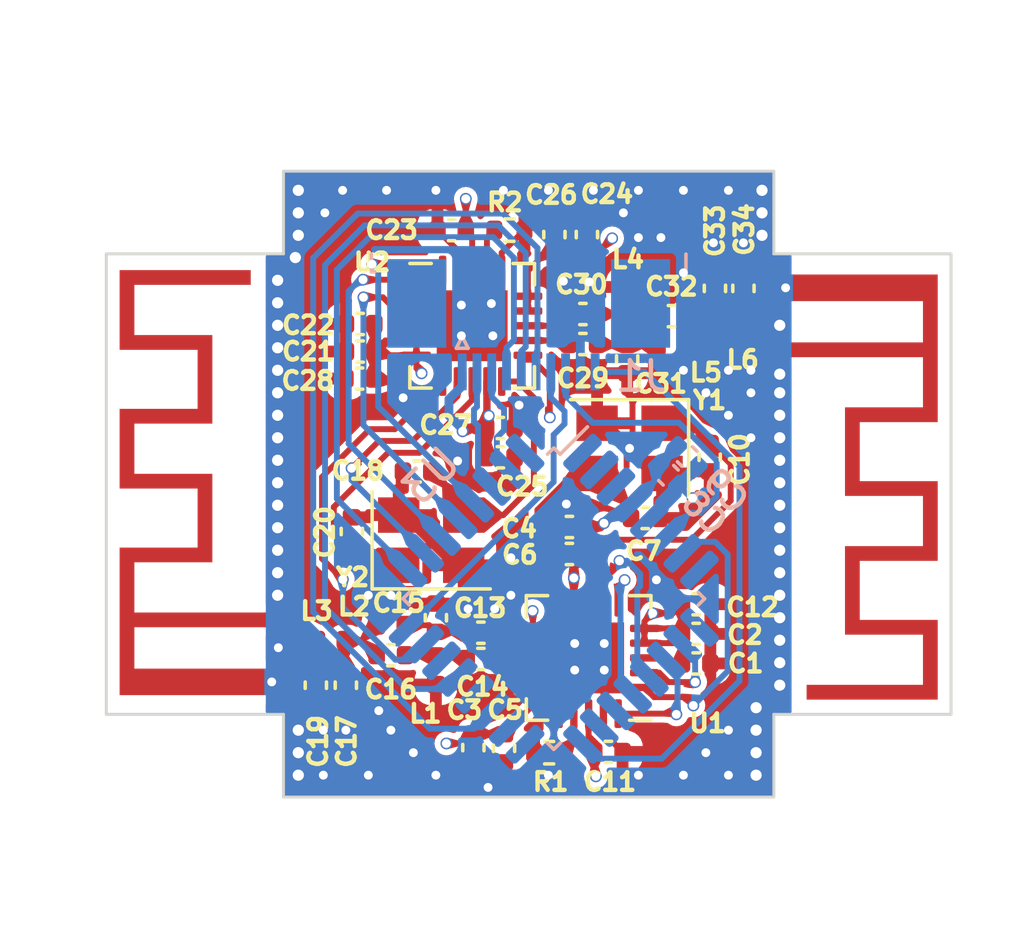
<source format=kicad_pcb>
(kicad_pcb (version 20221018) (generator pcbnew)
  (layers (0 "F.Cu" signal) (1 "In1.Cu" power) (2 "In2.Cu" mixed) (31 "B.Cu" signal) (34 "B.Paste" user) (35 "F.Paste" user) (36 "B.SilkS" user "B.Silkscreen") (37 "F.SilkS" user "F.Silkscreen") (38 "B.Mask" user) (39 "F.Mask" user) (44 "Edge.Cuts" user))
  (net 0 "")
  (net 1 "GND")
  (net 2 "Net-(AE1-A)")
  (net 3 "Net-(AE2-A)")
  (net 4 "Net-(C13-Pad1)")
  (net 5 "Net-(U1-XOSC_Q2)")
  (net 6 "Net-(C14-Pad1)")
  (net 7 "Net-(U1-XOSC_Q1)")
  (net 8 "Net-(C16-Pad2)")
  (net 9 "Net-(U1-RF_P)")
  (net 10 "Net-(U1-RF_N)")
  (net 11 "Net-(C29-Pad1)")
  (net 12 "Net-(U2-XOSC_Q2)")
  (net 13 "Net-(C30-Pad1)")
  (net 14 "Net-(U2-XOSC_Q1)")
  (net 15 "Net-(C32-Pad2)")
  (net 16 "SPI2_MOSI")
  (net 17 "SPI2_NSS")
  (net 18 "Net-(U2-RF_P)")
  (net 19 "VDD")
  (net 20 "NRST")
  (net 21 "SPI2_SCK")
  (net 22 "USART2_TX")
  (net 23 "USART2_RX")
  (net 24 "Net-(U2-RF_N)")
  (net 25 "SPI1_SCK")
  (net 26 "SPI1_MISO")
  (net 27 "SRR_IRQ")
  (net 28 "SPI1_NSS")
  (net 29 "I2C2_SCL")
  (net 30 "I2C2_SDA")
  (net 31 "SYS_SWDIO")
  (net 32 "Net-(U1-RBIAS)")
  (net 33 "SYS_SWCLK")
  (net 34 "SPI2_MISO")
  (net 35 "Net-(U2-RBIAS)")
  (net 37 "SPI1_MOSI")
  (net 38 "GD0_INT_2")
  (net 39 "GD0_INT_1")
  (footprint "Capacitor_SMD:C_0402_1005Metric" (layer "F.Cu") (at 123.4655 98.15 90)
    (fp_text reference "C5")
    (fp_text value "100nF")
  )
  (footprint "Capacitor_SMD:C_0402_1005Metric" (layer "F.Cu") (at 125.6792 91.567)
    (fp_text reference "C6")
    (fp_text value "100nF")
  )
  (footprint "Capacitor_SMD:C_0402_1005Metric" (layer "F.Cu") (at 128.2446 90.3478 180)
    (fp_text reference "C7")
    (fp_text value "15pF")
  )
  (footprint "Capacitor_SMD:C_0402_1005Metric" (layer "F.Cu") (at 129.1336 83.5098)
    (fp_text reference "C32")
    (fp_text value "1pF")
  )
  (footprint "Inductor_SMD:L_0402_1005Metric" (layer "F.Cu") (at 131.108 83.9978 180)
    (fp_text reference "L6")
    (fp_text value "1.2nH")
  )
  (footprint "Capacitor_SMD:C_0402_1005Metric" (layer "F.Cu") (at 127.635 84.963 90)
    (fp_text reference "C31")
    (fp_text value "1pF")
  )
  (footprint "Inductor_SMD:L_0402_1005Metric" (layer "F.Cu") (at 129.1336 84.5512 180)
    (fp_text reference "L5")
    (fp_text value "1.2nH")
  )
  (footprint "Capacitor_SMD:C_0402_1005Metric" (layer "F.Cu") (at 120.523 88.773)
    (fp_text reference "C18")
    (fp_text value "15pF")
  )
  (footprint "Capacitor_SMD:C_0402_1005Metric" (layer "F.Cu") (at 121.158 93.726 -90)
    (fp_text reference "C15")
    (fp_text value "1pF")
  )
  (footprint "RF_Antenna:Texas_SWRA117D_2.4GHz_Right" (layer "F.Cu") (at 133 84.65 -90)
    (fp_text reference "AE2" hide)
    (fp_text value "Antenna_Shield")
  )
  (footprint "Package_DFN_QFN:Texas_S-PVQFN-N20_EP2.4x2.4mm" (layer "F.Cu") (at 122.3868 83.8358)
    (fp_text reference "U2")
    (fp_text value "CC2500")
  )
  (footprint "Capacitor_SMD:C_0402_1005Metric" (layer "F.Cu") (at 130.6068 82.57 -90)
    (fp_text reference "C33")
    (fp_text value "1.8pF")
  )
  (footprint "Capacitor_SMD:C_0402_1005Metric" (layer "F.Cu") (at 129.9718 94.2754 180)
    (fp_text reference "C2")
    (fp_text value "47pF")
  )
  (footprint "Capacitor_SMD:C_0402_1005Metric" (layer "F.Cu") (at 118.575 85.625)
    (fp_text reference "C28")
    (fp_text value "220pF")
  )
  (footprint "Capacitor_SMD:C_0402_1005Metric" (layer "F.Cu") (at 122.682 95.123)
    (fp_text reference "C14")
    (fp_text value "100pF")
  )
  (footprint "Package_DFN_QFN:Texas_S-PVQFN-N20_EP2.4x2.4mm" (layer "F.Cu") (at 126.33 95.088 180)
    (fp_text reference "U1")
    (fp_text value "CC2500")
  )
  (footprint "Inductor_SMD:L_0402_1005Metric" (layer "F.Cu") (at 119.634 93.98)
    (fp_text reference "L2")
    (fp_text value "1.2nH")
  )
  (footprint "Capacitor_SMD:C_0402_1005Metric" (layer "F.Cu") (at 118.5926 84.709)
    (fp_text reference "C21")
    (fp_text value "0.1uF")
  )
  (footprint "Capacitor_SMD:C_0402_1005Metric" (layer "F.Cu") (at 126.2712 80.7466 -90)
    (fp_text reference "C24")
    (fp_text value "220pF")
  )
  (footprint "Capacitor_SMD:C_0402_1005Metric" (layer "F.Cu") (at 123.3424 88.2904 180)
    (fp_text reference "C25")
    (fp_text value "220pF")
  )
  (footprint "Capacitor_SMD:C_0402_1005Metric" (layer "F.Cu") (at 118.3132 90.805 -90)
    (fp_text reference "C20")
    (fp_text value "15pF")
  )
  (footprint "Capacitor_SMD:C_0402_1005Metric" (layer "F.Cu") (at 117.094 96.012 90)
    (fp_text reference "C19")
    (fp_text value "1.5pF")
  )
  (footprint "Capacitor_SMD:C_0402_1005Metric" (layer "F.Cu") (at 129.9718 95.2754 180)
    (fp_text reference "C1")
    (fp_text value "100nF")
  )
  (footprint "Capacitor_SMD:C_0402_1005Metric" (layer "F.Cu") (at 129.9718 93.2688 180)
    (fp_text reference "C12")
    (fp_text value "220pF")
  )
  (footprint "Capacitor_SMD:C_0402_1005Metric" (layer "F.Cu") (at 127 98.2726 180)
    (fp_text reference "C11")
    (fp_text value "220pF")
  )
  (footprint "Capacitor_SMD:C_0402_1005Metric" (layer "F.Cu") (at 123.3424 87.2998 180)
    (fp_text reference "C27")
    (fp_text value "0.1uF")
  )
  (footprint "Capacitor_SMD:C_0402_1005Metric" (layer "F.Cu") (at 122.428 98.125 90)
    (fp_text reference "C3")
    (fp_text value "220pF")
  )
  (footprint "Capacitor_SMD:C_0402_1005Metric" (layer "F.Cu") (at 130.429 88.2904 90)
    (fp_text reference "C10")
    (fp_text value "15pF")
  )
  (footprint "Capacitor_SMD:C_0402_1005Metric" (layer "F.Cu") (at 126.1364 84.455 180)
    (fp_text reference "C29")
    (fp_text value "100pF")
  )
  (footprint "Capacitor_SMD:C_0402_1005Metric" (layer "F.Cu") (at 125.6792 90.6526)
    (fp_text reference "C4")
    (fp_text value "220pF")
  )
  (footprint "Capacitor_SMD:C_0402_1005Metric" (layer "F.Cu") (at 119.634 94.996 180)
    (fp_text reference "C16")
    (fp_text value "1pF")
  )
  (footprint "Inductor_SMD:L_0402_1005Metric" (layer "F.Cu") (at 127.635 83.0072 90)
    (fp_text reference "L4")
    (fp_text value "1.2nH")
  )
  (footprint "Capacitor_SMD:C_0402_1005Metric" (layer "F.Cu") (at 126.1364 83.439 180)
    (fp_text reference "C30")
    (fp_text value "100pF")
  )
  (footprint "Capacitor_SMD:C_0402_1005Metric" (layer "F.Cu") (at 122.682 94.234)
    (fp_text reference "C13")
    (fp_text value "100pF")
  )
  (footprint "Crystal:Crystal_SMD_3225-4Pin_3.2x2.5mm" (layer "F.Cu") (at 127.71625 87.988154 180)
    (fp_text reference "Y1")
    (fp_text value "Crystal_GND24 Cload=10pF 26MHz")
  )
  (footprint "Capacitor_SMD:C_0402_1005Metric" (layer "F.Cu") (at 121.6914 80.5942)
    (fp_text reference "C23")
    (fp_text value "220pF")
  )
  (footprint "Resistor_SMD:R_0402_1005Metric" (layer "F.Cu") (at 123.6472 80.5942)
    (fp_text reference "R2")
    (fp_text value "56K 1%")
  )
  (footprint "Crystal:Crystal_SMD_3225-4Pin_3.2x2.5mm" (layer "F.Cu") (at 121 91.1)
    (fp_text reference "Y2")
    (fp_text value "Crystal_GND24 Cload=10pF 26MHz")
  )
  (footprint "Capacitor_SMD:C_0402_1005Metric" (layer "F.Cu") (at 125.1712 80.7466 -90)
    (fp_text reference "C26")
    (fp_text value "0.1uF")
  )
  (footprint "RF_Antenna:Texas_SWRA117D_2.4GHz_Right" (layer "F.Cu") (at 115.6 93.8 90)
    (fp_text reference "AE1" hide)
    (fp_text value "Antenna_Shield")
  )
  (footprint "Inductor_SMD:L_0402_1005Metric" (layer "F.Cu") (at 121.158 95.504 -90)
    (fp_text reference "L1")
    (fp_text value "1.2nH")
  )
  (footprint "Capacitor_SMD:C_0402_1005Metric" (layer "F.Cu") (at 118.11 96.012 90)
    (fp_text reference "C17")
    (fp_text value "1.8pF")
  )
  (footprint "Inductor_SMD:L_0402_1005Metric" (layer "F.Cu") (at 117.602 94.488)
    (fp_text reference "L3")
    (fp_text value "1.2nH")
  )
  (footprint "Capacitor_SMD:C_0402_1005Metric" (layer "F.Cu") (at 131.572 82.57 -90)
    (fp_text reference "C34")
    (fp_text value "1.5pF")
  )
  (footprint "Capacitor_SMD:C_0402_1005Metric" (layer "F.Cu") (at 118.5926 83.775)
    (fp_text reference "C22")
    (fp_text value "47pF")
  )
  (footprint "Resistor_SMD:R_0402_1005Metric" (layer "F.Cu") (at 124.9934 98.298 180)
    (fp_text reference "R1")
    (fp_text value "56K 1%")
  )
  (footprint "WiRoc:FPC-Connector_1x10-1MP_P0.5mm_Horizontal" (layer "B.Cu") (at 124.3 84.0486)
    (fp_text reference "J1")
    (fp_text value "Conn_01x10")
  )
  (footprint "Capacitor_SMD:C_0402_1005Metric" (layer "B.Cu") (at 129.667 88.265 135)
    (fp_text reference "C9")
    (fp_text value "4.7nF")
  )
  (footprint "Package_QFP:LQFP-32_7x7mm_P0.8mm" (layer "B.Cu") (at 125.150357 93.081699 -135)
    (fp_text reference "U3")
    (fp_text value "STM32G071KxT")
  )
  (footprint "Capacitor_SMD:C_0402_1005Metric" (layer "B.Cu") (at 129.032 88.9 135)
    (fp_text reference "C8")
    (fp_text value "100nF")
  )
  (gr_line (start 132.6 99.8) (end 132.6 97) (stroke (width 0.1)) (layer "Edge.Cuts"))
  (gr_line (start 138.6 81.4) (end 132.6 81.4) (stroke (width 0.1)) (layer "Edge.Cuts"))
  (gr_line (start 116 99.8) (end 132.6 99.8) (stroke (width 0.1)) (layer "Edge.Cuts"))
  (gr_line (start 132.6 97) (end 138.6 97) (stroke (width 0.1)) (layer "Edge.Cuts"))
  (gr_line (start 138.6 97) (end 138.6 81.4) (stroke (width 0.1)) (layer "Edge.Cuts"))
  (gr_line (start 132.6 81.4) (end 132.6 78.6) (stroke (width 0.1)) (layer "Edge.Cuts"))
  (gr_line (start 110 97) (end 116 97) (stroke (width 0.1)) (layer "Edge.Cuts"))
  (gr_line (start 116 78.6) (end 116 81.4) (stroke (width 0.1)) (layer "Edge.Cuts"))
  (gr_line (start 116 97) (end 116 99.8) (stroke (width 0.1)) (layer "Edge.Cuts"))
  (gr_line (start 132.6 78.6) (end 116 78.6) (stroke (width 0.1)) (layer "Edge.Cuts"))
  (gr_line (start 110 81.4) (end 110 97) (stroke (width 0.1)) (layer "Edge.Cuts"))
  (gr_line (start 116 81.4) (end 110 81.4) (stroke (width 0.1)) (layer "Edge.Cuts"))
  (segment (start 119.9 88.916) (end 120.043 88.773) (width 0.2) (layer "F.Cu") (net 1))
  (segment (start 123.3868 81.3646) (end 124.1572 80.5942) (width 0.2) (layer "F.Cu") (net 1))
  (segment (start 128.81625 90.25615) (end 128.7246 90.3478) (width 0.25) (layer "F.Cu") (net 1))
  (segment (start 125.1992 90.2508) (end 125.1992 90.6526) (width 0.2) (layer "F.Cu") (net 1))
  (segment (start 128.81625 88.838154) (end 128.81625 90.25615) (width 0.25) (layer "F.Cu") (net 1))
  (segment (start 121.8868 81.2696) (end 121.2114 80.5942) (width 0.2) (layer "F.Cu") (net 1))
  (segment (start 120.15 90.25) (end 119.9 90.25) (width 0.25) (layer "F.Cu") (net 1))
  (segment (start 128.41625 88.71625) (end 128.41625 88.838154) (width 0.4) (layer "F.Cu") (net 1))
  (segment (start 123.8224 87.2998) (end 123.8224 88.2904) (width 0.2) (layer "F.Cu") (net 1))
  (segment (start 126.61625 87.138154) (end 126.71625 87.138154) (width 0.25) (layer "F.Cu") (net 1))
  (segment (start 126.71625 87.138154) (end 126.838154 87.138154) (width 0.4) (layer "F.Cu") (net 1))
  (segment (start 128.41625 88.838154) (end 128.81625 88.838154) (width 0.25) (layer "F.Cu") (net 1))
  (segment (start 123.8224 86.677602) (end 123.975002 86.525) (width 0.2) (layer "F.Cu") (net 1))
  (segment (start 121.8868 81.9483) (end 121.8868 81.2696) (width 0.2) (layer "F.Cu") (net 1))
  (segment (start 126.83 97.6226) (end 126.83 96.9755) (width 0.2) (layer "F.Cu") (net 1))
  (segment (start 119.825 90.325) (end 119.9 90.25) (width 0.2) (layer "F.Cu") (net 1))
  (segment (start 127.48 98.2726) (end 126.83 97.6226) (width 0.2) (layer "F.Cu") (net 1))
  (segment (start 122.3776 88.9004) (end 121.8946 88.4174) (width 0.2) (layer "F.Cu") (net 1))
  (segment (start 123.4405 98.605) (end 123.4655 98.63) (width 0.2) (layer "F.Cu") (net 1))
  (segment (start 123.8224 87.2998) (end 123.8224 86.677602) (width 0.2) (layer "F.Cu") (net 1))
  (segment (start 121.85 91.95) (end 120.15 90.25) (width 0.4) (layer "F.Cu") (net 1))
  (segment (start 118.3132 90.325) (end 119.825 90.325) (width 0.2) (layer "F.Cu") (net 1))
  (segment (start 125.1992 91.567) (end 125.1992 90.6526) (width 0.2) (layer "F.Cu") (net 1))
  (segment (start 123.3868 81.9483) (end 123.3868 82.8358) (width 0.25) (layer "F.Cu") (net 1))
  (segment (start 119.9 90.25) (end 119.9 88.916) (width 0.2) (layer "F.Cu") (net 1))
  (segment (start 125.575 89.875) (end 125.1992 90.2508) (width 0.2) (layer "F.Cu") (net 1))
  (segment (start 125.33 96.9755) (end 125.33 96.028596) (width 0.2) (layer "F.Cu") (net 1))
  (segment (start 123.2124 88.9004) (end 122.3776 88.9004) (width 0.2) (layer "F.Cu") (net 1))
  (segment (start 123.8224 88.2904) (end 123.2124 88.9004) (width 0.2) (layer "F.Cu") (net 1))
  (segment (start 122.1 91.95) (end 121.85 91.95) (width 0.25) (layer "F.Cu") (net 1))
  (segment (start 126.83 95.528596) (end 126.85875 95.499846) (width 0.2) (layer "F.Cu") (net 1))
  (segment (start 123.3868 81.9483) (end 123.3868 81.3646) (width 0.2) (layer "F.Cu") (net 1))
  (segment (start 125.33 96.028596) (end 125.85875 95.499846) (width 0.2) (layer "F.Cu") (net 1))
  (segment (start 122.428 98.605) (end 123.4405 98.605) (width 0.2) (layer "F.Cu") (net 1))
  (segment (start 126.83 96.9755) (end 126.83 95.528596) (width 0.2) (layer "F.Cu") (net 1))
  (segment (start 126.838154 87.138154) (end 128.41625 88.71625) (width 0.4) (layer "F.Cu") (net 1))
  (via (at 115.8 83.82) (size 0.5) (drill 0.38) (layers "F.Cu" "B.Cu") (net 1))
  (via (at 132.2 80.772) (size 0.5) (drill 0.38) (layers "F.Cu" "B.Cu") (net 1))
  (via (at 129.54 85.344) (size 0.5) (drill 0.3) (layers "F.Cu" "B.Cu") (net 1))
  (via (at 122.0216 83.1342) (size 0.5) (drill 0.3) (layers "F.Cu" "B.Cu") (net 1))
  (via (at 122.25 93.425) (size 0.5) (drill 0.3) (layers "F.Cu" "B.Cu") (net 1))
  (via (at 129.54 99.06) (size 0.5) (drill 0.3) (layers "F.Cu" "B.Cu") (net 1))
  (via (at 132 98.298) (size 0.5) (drill 0.38) (layers "F.Cu" "B.Cu") (net 1))
  (via (at 125.85875 95.499846) (size 0.5) (drill 0.3) (layers "F.Cu" "B.Cu") (net 1))
  (via (at 115.8 88.392) (size 0.5) (drill 0.38) (layers "F.Cu" "B.Cu") (net 1))
  (via (at 131.572 81.026) (size 0.5) (drill 0.3) (layers "F.Cu" "B.Cu") (net 1))
  (via (at 132.2 79.248) (size 0.5) (drill 0.38) (layers "F.Cu" "B.Cu") (net 1))
  (via (at 115.8 87.63) (size 0.5) (drill 0.38) (layers "F.Cu" "B.Cu") (net 1))
  (via (at 120.396 98.298) (size 0.5) (drill 0.3) (layers "F.Cu" "B.Cu") (net 1))
  (via (at 128.778 80.8482) (size 0.5) (drill 0.3) (layers "F.Cu" "B.Cu") (net 1))
  (via (at 121.158 99.06) (size 0.5) (drill 0.3) (layers "F.Cu" "B.Cu") (net 1))
  (via (at 115.8 84.582) (size 0.5) (drill 0.38) (layers "F.Cu" "B.Cu") (net 1))
  (via (at 132.8 86.106) (size 0.5) (drill 0.38) (layers "F.Cu" "B.Cu") (net 1))
  (via (at 115.8 83.058) (size 0.5) (drill 0.38) (layers "F.Cu" "B.Cu") (net 1))
  (via (at 121.8946 88.4174) (size 0.4) (drill 0.3) (layers "F.Cu" "B.Cu") (net 1))
  (via (at 132.8 88.392) (size 0.5) (drill 0.38) (layers "F.Cu" "B.Cu") (net 1))
  (via (at 128.625 92.44201) (size 0.5) (drill 0.3) (layers "F.Cu" "B.Cu") (net 1))
  (via (at 124.968 99.06) (size 0.5) (drill 0.3) (layers "F.Cu" "B.Cu") (net 1))
  (via (at 116.5 97.536) (size 0.5) (drill 0.38) (layers "F.Cu" "B.Cu") (net 1))
  (via (at 116.5 80.772) (size 0.5) (drill 0.38) (layers "F.Cu" "B.Cu") (net 1))
  (via (at 115.8 85.344) (size 0.5) (drill 0.38) (layers "F.Cu" "B.Cu") (net 1))
  (via (at 117.4 80.01) (size 0.5) (drill 0.3) (layers "F.Cu" "B.Cu") (net 1))
  (via (at 115.8 89.916) (size 0.5) (drill 0.38) (layers "F.Cu" "B.Cu") (net 1))
  (via (at 131.826 86.106) (size 0.5) (drill 0.3) (layers "F.Cu" "B.Cu") (net 1))
  (via (at 115.8 92.964) (size 0.5) (drill 0.38) (layers "F.Cu" "B.Cu") (net 1))
  (via (at 123.0884 84.1756) (size 0.5) (drill 0.3) (layers "F.Cu" "B.Cu") (net 1))
  (via (at 131.064 85.344) (size 0.5) (drill 0.3) (layers "F.Cu" "B.Cu") (net 1))
  (via (at 118.872 92.964) (size 0.5) (drill 0.3) (layers "F.Cu" "B.Cu") (net 1))
  (via (at 130.556 81.026) (size 0.5) (drill 0.3) (layers "F.Cu" "B.Cu") (net 1))
  (via (at 132.8 95.25) (size 0.5) (drill 0.38) (layers "F.Cu" "B.Cu") (net 1))
  (via (at 118 79.248) (size 0.5) (drill 0.3) (layers "F.Cu" "B.Cu") (net 1))
  (via (at 130.302 86.106) (size 0.5) (drill 0.3) (layers "F.Cu" "B.Cu") (net 1))
  (via (at 132 97.536) (size 0.5) (drill 0.38) (layers "F.Cu" "B.Cu") (net 1))
  (via (at 116.5 80.01) (size 0.5) (drill 0.38) (layers "F.Cu" "B.Cu") (net 1))
  (via (at 115.8 86.106) (size 0.5) (drill 0.38) (layers "F.Cu" "B.Cu") (net 1))
  (via (at 123.698 92.964) (size 0.5) (drill 0.3) (layers "F.Cu" "B.Cu") (net 1))
  (via (at 123.15 93.425) (size 0.5) (drill 0.3) (layers "F.Cu" "B.Cu") (net 1))
  (via (at 132.8 87.63) (size 0.5) (drill 0.38) (layers "F.Cu" "B.Cu") (net 1))
  (via (at 126.85875 95.499846) (size 0.5) (drill 0.3) (layers "F.Cu" "B.Cu") (net 1))
  (via (at 127.71625 87.988154) (size 0.4) (drill 0.3) (layers "F.Cu" "B.Cu") (net 1))
  (via (at 123.698 91.694) (size 0.5) (drill 0.3) (layers "F.Cu" "B.Cu") (net 1))
  (via (at 132.8 89.154) (size 0.5) (drill 0.38) (layers "F.Cu" "B.Cu") (net 1))
  (via (at 115.824 94.742) (size 0.5) (drill 0.3) (layers "F.Cu" "B.Cu") (net 1))
  (via (at 129.54 79.248) (size 0.5) (drill 0.3) (layers "F.Cu" "B.Cu") (net 1))
  (via (at 131.826 85.344) (size 0.5) (drill 0.3) (layers "F.Cu" "B.Cu") (net 1))
  (via (at 118.872 99.06) (size 0.5) (drill 0.3) (layers "F.Cu" "B.Cu") (net 1))
  (via (at 132.8 89.916) (size 0.5) (drill 0.38) (layers "F.Cu" "B.Cu") (net 1))
  (via (at 116.5 99.06) (size 0.5) (drill 0.38) (layers "F.Cu" "B.Cu") (net 1))
  (via (at 117.348 99.06) (size 0.5) (drill 0.3) (layers "F.Cu" "B.Cu") (net 1))
  (via (at 131.064 99.06) (size 0.5) (drill 0.3) (layers "F.Cu" "B.Cu") (net 1))
  (via (at 129.54 82.042) (size 0.5) (drill 0.3) (layers "F.Cu" "B.Cu") (net 1))
  (via (at 115.8 89.154) (size 0.5) (drill 0.38) (layers "F.Cu" "B.Cu") (net 1))
  (via (at 116.4 81.525) (size 0.5) (drill 0.38) (layers "F.Cu" "B.Cu") (net 1))
  (via (at 126.35 82.35) (size 0.5) (drill 0.3) (layers "F.Cu" "B.Cu") (net 1))
  (via (at 131.064 97.536) (size 0.5) (drill 0.3) (layers "F.Cu" "B.Cu") (net 1))
  (via (at 119.488381 79.248) (size 0.5) (drill 0.3) (layers "F.Cu" "B.Cu") (net 1))
  (via (at 126.492 79.248) (size 0.5) (drill 0.3) (layers "F.Cu" "B.Cu") (net 1))
  (via (at 116.5 98.298) (size 0.5) (drill 0.38) (layers "F.Cu" "B.Cu") (net 1))
  (via (at 119.634 92.964) (size 0.5) (drill 0.3) (layers "F.Cu" "B.Cu") (net 1))
  (via (at 132.8 90.678) (size 0.5) (drill 0.38) (layers "F.Cu" "B.Cu") (net 1))
  (via (at 118.11 97.536) (size 0.5) (drill 0.3) (layers "F.Cu" "B.Cu") (net 1))
  (via (at 121.158 79.248) (size 0.5) (drill 0.3) (layers "F.Cu" "B.Cu") (net 1))
  (via (at 124.968 79.248) (size 0.5) (drill 0.3) (layers "F.Cu" "B.Cu") (net 1))
  (via (at 131.064 86.868) (size 0.5) (drill 0.3) (layers "F.Cu" "B.Cu") (net 1))
  (via (at 115.8 91.44) (size 0.5) (drill 0.38) (layers "F.Cu" "B.Cu") (net 1))
  (via (at 115.8 86.868) (size 0.5) (drill 0.38) (layers "F.Cu" "B.Cu") (net 1))
  (via (at 132.8 85.475) (size 0.5) (drill 0.38) (layers "F.Cu" "B.Cu") (net 1))
  (via (at 132.8 86.868) (size 0.5) (drill 0.38) (layers "F.Cu" "B.Cu") (net 1))
  (via (at 132.2 80.01) (size 0.5) (drill 0.38) (layers "F.Cu" "B.Cu") (net 1))
  (via (at 132.8 94.488) (size 0.5) (drill 0.38) (layers "F.Cu" "B.Cu") (net 1))
  (via (at 132 99.06) (size 0.5) (drill 0.38) (layers "F.Cu" "B.Cu") (net 1))
  (via (at 123.975002 86.525) (size 0.4) (drill 0.3) (layers "F.Cu" "B.Cu") (net 1))
  (via (at 119.634 97.536) (size 0.5) (drill 0.3) (layers "F.Cu" "B.Cu") (net 1))
  (via (at 132 96.774) (size 0.5) (drill 0.38) (layers "F.Cu" "B.Cu") (net 1))
  (via (at 131.826 87.63) (size 0.5) (drill 0.3) (layers "F.Cu" "B.Cu") (net 1))
  (via (at 123.0376 83.0834) (size 0.5) (drill 0.3) (layers "F.Cu" "B.Cu") (net 1))
  (via (at 115.8 90.678) (size 0.5) (drill 0.38) (layers "F.Cu" "B.Cu") (net 1))
  (via (at 122.925 99.475) (size 0.5) (drill 0.3) (layers "F.Cu" "B.Cu") (net 1))
  (via (at 125.575 89.875) (size 0.4) (drill 0.3) (layers "F.Cu" "B.Cu") (net 1))
  (via (at 132.8 92.202) (size 0.5) (drill 0.38) (layers "F.Cu" "B.Cu") (net 1))
  (via (at 125.85875 94.599846) (size 0.5) (drill 0.3) (layers "F.Cu" "B.Cu") (net 1))
  (via (at 119.225 96.875) (size 0.5) (drill 0.3) (layers "F.Cu" "B.Cu") (net 1))
  (via (at 128.016 80.8482) (size 0.5) (drill 0.3) (layers "F.Cu" "B.Cu") (net 1))
  (via (at 130.3 98.298) (size 0.5) (drill 0.3) (layers "F.Cu" "B.Cu") (net 1))
  (via (at 120.05 86.275) (size 0.5) (drill 0.3) (layers "F.Cu" "B.Cu") (net 1))
  (via (at 127.508 80.01) (size 0.5) (drill 0.3) (layers "F.Cu" "B.Cu") (net 1))
  (via (at 129.85 89.675) (size 0.4) (drill 0.3) (layers "F.Cu" "B.Cu") (net 1))
  (via (at 132.8 93.726) (size 0.5) (drill 0.38) (layers "F.Cu" "B.Cu") (net 1))
  (via (at 123.444 79.248) (size 0.5) (drill 0.3) (layers "F.Cu" "B.Cu") (net 1))
  (via (at 125.475 82.325) (size 0.5) (drill 0.3) (layers "F.Cu" "B.Cu") (net 1))
  (via (at 122.0216 84.1756) (size 0.5) (drill 0.3) (layers "F.Cu" "B.Cu") (net 1))
  (via (at 126.85875 94.599846) (size 0.5) (drill 0.3) (layers "F.Cu" "B.Cu") (net 1))
  (via (at 132.8 83.82) (size 0.5) (drill 0.38) (layers "F.Cu" "B.Cu") (net 1))
  (via (at 131.064 79.248) (size 0.5) (drill 0.3) (layers "F.Cu" "B.Cu") (net 1))
  (via (at 132.8 96.012) (size 0.5) (drill 0.38) (layers "F.Cu" "B.Cu") (net 1))
  (via (at 115.8 82.296) (size 0.5) (drill 0.38) (layers "F.Cu" "B.Cu") (net 1))
  (via (at 128.016 79.248) (size 0.5) (drill 0.3) (layers "F.Cu" "B.Cu") (net 1))
  (via (at 128.016 99.06) (size 0.5) (drill 0.3) (layers "F.Cu" "B.Cu") (net 1))
  (via (at 117.348 97.536) (size 0.5) (drill 0.3) (layers "F.Cu" "B.Cu") (net 1))
  (via (at 115.8 92.202) (size 0.5) (drill 0.38) (layers "F.Cu" "B.Cu") (net 1))
  (via (at 132.8 91.44) (size 0.5) (drill 0.38) (layers "F.Cu" "B.Cu") (net 1))
  (via (at 116.5 79.248) (size 0.5) (drill 0.38) (layers "F.Cu" "B.Cu") (net 1))
  (via (at 132.8 92.964) (size 0.5) (drill 0.38) (layers "F.Cu" "B.Cu") (net 1))
  (segment (start 129.371411 89.426331) (end 128.385371 90.412371) (width 0.2) (layer "B.Cu") (net 1))
  (segment (start 126.05 85.3986) (end 126.05 83.9572) (width 0.2) (layer "B.Cu") (net 1))
  (segment (start 129.371411 89.239411) (end 129.371411 89.426331) (width 0.2) (layer "B.Cu") (net 1))
  (segment (start 126.05 83.9572) (end 126.0602 83.947) (width 0.2) (layer "B.Cu") (net 1))
  (segment (start 130.006411 88.604411) (end 129.371411 89.239411) (width 0.2) (layer "B.Cu") (net 1))
  (segment (start 129.371411 89.239411) (end 129.807 89.675) (width 0.2) (layer "B.Cu") (net 1))
  (segment (start 129.807 89.675) (end 129.85 89.675) (width 0.2) (layer "B.Cu") (net 1))
  (segment (start 117.117 94.488) (end 117.117 95.509) (width 0.2) (layer "F.Cu") (net 2))
  (segment (start 117.088 94.488) (end 116.692893 94.092893) (width 0.35) (layer "F.Cu") (net 2))
  (segment (start 117.117 95.509) (end 117.094 95.532) (width 0.2) (layer "F.Cu") (net 2))
  (segment (start 115.985786 93.8) (end 115.6 93.8) (width 0.35) (layer "F.Cu") (net 2))
  (segment (start 117.117 94.488) (end 117.094 94.488) (width 0.2) (layer "F.Cu") (net 2))
  (segment (start 117.117 94.488) (end 117.088 94.488) (width 0.37) (layer "F.Cu") (net 2))
  (arc (start 115.985786 93.8) (mid 116.368469 93.87612) (end 116.692893 94.092893) (width 0.35) (layer "F.Cu") (net 2))
  (segment (start 131.572 83.9768) (end 131.593 83.9978) (width 0.2) (layer "F.Cu") (net 3))
  (segment (start 131.572 83.05) (end 131.572 83.9768) (width 0.2) (layer "F.Cu") (net 3))
  (segment (start 131.593 83.9978) (end 131.5974 83.9978) (width 0.2) (layer "F.Cu") (net 3))
  (segment (start 131.5978 83.9978) (end 131.957107 84.357107) (width 0.35) (layer "F.Cu") (net 3))
  (segment (start 132.664214 84.65) (end 133 84.65) (width 0.35) (layer "F.Cu") (net 3))
  (segment (start 131.593 83.9978) (end 131.5978 83.9978) (width 0.37) (layer "F.Cu") (net 3))
  (arc (start 131.957107 84.357107) (mid 132.28153 84.57388) (end 132.664214 84.65) (width 0.35) (layer "F.Cu") (net 3))
  (segment (start 121.158 94.206) (end 122.174 94.206) (width 0.2) (layer "F.Cu") (net 4))
  (segment (start 122.174 94.206) (end 122.202 94.234) (width 0.2) (layer "F.Cu") (net 4))
  (segment (start 120.932 93.98) (end 121.158 94.206) (width 0.2) (layer "F.Cu") (net 4))
  (segment (start 120.119 93.98) (end 120.932 93.98) (width 0.2) (layer "F.Cu") (net 4))
  (segment (start 125.831294 88.838154) (end 124.596 90.073448) (width 0.2) (layer "F.Cu") (net 5))
  (segment (start 127.7646 90.3478) (end 127.7646 89.986504) (width 0.2) (layer "F.Cu") (net 5))
  (segment (start 126.61625 88.838154) (end 125.831294 88.838154) (width 0.2) (layer "F.Cu") (net 5))
  (segment (start 124.596 92.4665) (end 125.33 93.2005) (width 0.2) (layer "F.Cu") (net 5))
  (segment (start 127.7646 89.986504) (end 126.61625 88.838154) (width 0.2) (layer "F.Cu") (net 5))
  (segment (start 124.596 90.073448) (end 124.596 92.4665) (width 0.2) (layer "F.Cu") (net 5))
  (segment (start 121.158 95.019) (end 121.971 95.019) (width 0.2) (layer "F.Cu") (net 6))
  (segment (start 120.114 94.996) (end 121.135 94.996) (width 0.2) (layer "F.Cu") (net 6))
  (segment (start 121.135 94.996) (end 121.158 95.019) (width 0.2) (layer "F.Cu") (net 6))
  (segment (start 121.971 95.019) (end 122.202 95.25) (width 0.2) (layer "F.Cu") (net 6))
  (segment (start 128.81625 87.138154) (end 129.756754 87.138154) (width 0.2) (layer "F.Cu") (net 7))
  (segment (start 131.1402 89.7598) (end 129.8156 91.0844) (width 0.2) (layer "F.Cu") (net 7))
  (segment (start 127.381 91.0844) (end 126.7392 91.7262) (width 0.2) (layer "F.Cu") (net 7))
  (segment (start 130.429 87.8104) (end 131.1402 88.5216) (width 0.2) (layer "F.Cu") (net 7))
  (segment (start 126.7392 91.919254) (end 126.33 92.328454) (width 0.2) (layer "F.Cu") (net 7))
  (segment (start 131.1402 88.5216) (end 131.1402 89.7598) (width 0.2) (layer "F.Cu") (net 7))
  (segment (start 126.7392 91.7262) (end 126.7392 91.919254) (width 0.2) (layer "F.Cu") (net 7))
  (segment (start 129.756754 87.138154) (end 130.429 87.8104) (width 0.2) (layer "F.Cu") (net 7))
  (segment (start 126.33 92.328454) (end 126.33 93.2005) (width 0.2) (layer "F.Cu") (net 7))
  (segment (start 129.8156 91.0844) (end 127.381 91.0844) (width 0.2) (layer "F.Cu") (net 7))
  (segment (start 118.087 94.488) (end 118.646 94.488) (width 0.2) (layer "F.Cu") (net 8))
  (segment (start 118.087 95.509) (end 118.11 95.532) (width 0.2) (layer "F.Cu") (net 8))
  (segment (start 118.087 94.488) (end 118.087 95.509) (width 0.2) (layer "F.Cu") (net 8))
  (segment (start 118.087 94.488) (end 118.641 94.488) (width 0.2) (layer "F.Cu") (net 8))
  (segment (start 118.641 94.488) (end 119.149 93.98) (width 0.2) (layer "F.Cu") (net 8))
  (segment (start 118.646 94.488) (end 119.154 94.996) (width 0.2) (layer "F.Cu") (net 8))
  (segment (start 123.162 94.234) (end 123.205254 94.234) (width 0.2) (layer "F.Cu") (net 9))
  (segment (start 123.205254 94.234) (end 123.560854 94.5896) (width 0.2) (layer "F.Cu") (net 9))
  (segment (start 123.560854 94.5896) (end 124.4409 94.5896) (width 0.2) (layer "F.Cu") (net 9))
  (segment (start 124.4409 94.5896) (end 124.4425 94.588) (width 0.2) (layer "F.Cu") (net 9))
  (segment (start 123.197 95.088) (end 123.162 95.123) (width 0.2) (layer "F.Cu") (net 10))
  (segment (start 124.4425 95.088) (end 123.197 95.088) (width 0.2) (layer "F.Cu") (net 10))
  (segment (start 128.5804 84.483) (end 128.6486 84.5512) (width 0.2) (layer "F.Cu") (net 11))
  (segment (start 127.635 84.483) (end 128.5804 84.483) (width 0.2) (layer "F.Cu") (net 11))
  (segment (start 126.6444 84.483) (end 126.6164 84.455) (width 0.2) (layer "F.Cu") (net 11))
  (segment (start 127.635 84.483) (end 126.6444 84.483) (width 0.2) (layer "F.Cu") (net 11))
  (segment (start 124.475 86.832107) (end 124.475 89.2152) (width 0.2) (layer "F.Cu") (net 12))
  (segment (start 124.55 86.757107) (end 124.475 86.832107) (width 0.2) (layer "F.Cu") (net 12))
  (segment (start 122.1 90.25) (end 122.1 89.87) (width 0.25) (layer "F.Cu") (net 12))
  (segment (start 124.55 86.342893) (end 124.55 86.757107) (width 0.2) (layer "F.Cu") (net 12))
  (segment (start 123.3868 85.7233) (end 123.930407 85.7233) (width 0.2) (layer "F.Cu") (net 12))
  (segment (start 122.1 89.87) (end 121.003 88.773) (width 0.25) (layer "F.Cu") (net 12))
  (segment (start 123.4402 90.25) (end 122.1 90.25) (width 0.2) (layer "F.Cu") (net 12))
  (segment (start 123.930407 85.7233) (end 124.55 86.342893) (width 0.2) (layer "F.Cu") (net 12))
  (segment (start 124.475 89.2152) (end 123.4402 90.25) (width 0.2) (layer "F.Cu") (net 12))
  (segment (start 126.6164 83.439) (end 127.5818 83.439) (width 0.2) (layer "F.Cu") (net 13))
  (segment (start 128.636 83.4922) (end 128.6536 83.5098) (width 0.2) (layer "F.Cu") (net 13))
  (segment (start 127.635 83.4922) (end 128.636 83.4922) (width 0.2) (layer "F.Cu") (net 13))
  (segment (start 127.5818 83.439) (end 127.635 83.4922) (width 0.2) (layer "F.Cu") (net 13))
  (segment (start 118.3132 91.257254) (end 118.3132 91.285) (width 0.2) (layer "F.Cu") (net 14))
  (segment (start 117.7032 89.9718) (end 117.7032 90.647254) (width 0.2) (layer "F.Cu") (net 14))
  (segment (start 119.9 91.95) (end 118.9782 91.95) (width 0.2) (layer "F.Cu") (net 14))
  (segment (start 118.9782 91.95) (end 118.3132 91.285) (width 0.2) (layer "F.Cu") (net 14))
  (segment (start 119.537 88.138) (end 117.7032 89.9718) (width 0.2) (layer "F.Cu") (net 14))
  (segment (start 122.3868 86.349648) (end 120.598448 88.138) (width 0.2) (layer "F.Cu") (net 14))
  (segment (start 117.7032 90.647254) (end 118.3132 91.257254) (width 0.2) (layer "F.Cu") (net 14))
  (segment (start 122.3868 85.7233) (end 122.3868 86.349648) (width 0.2) (layer "F.Cu") (net 14))
  (segment (start 120.598448 88.138) (end 119.537 88.138) (width 0.2) (layer "F.Cu") (net 14))
  (segment (start 130.172 83.9978) (end 130.623 83.9978) (width 0.2) (layer "F.Cu") (net 15))
  (segment (start 129.6136 83.5098) (end 129.6136 83.5126) (width 0.2) (layer "F.Cu") (net 15))
  (segment (start 129.6136 83.5126) (end 130.0988 83.9978) (width 0.2) (layer "F.Cu") (net 15))
  (segment (start 130.623 83.9978) (end 130.623 83.0662) (width 0.2) (layer "F.Cu") (net 15))
  (segment (start 129.6186 84.5512) (end 130.172 83.9978) (width 0.2) (layer "F.Cu") (net 15))
  (segment (start 130.0988 83.9978) (end 130.623 83.9978) (width 0.2) (layer "F.Cu") (net 15))
  (segment (start 130.623 83.0662) (end 130.6068 83.05) (width 0.2) (layer "F.Cu") (net 15))
  (segment (start 129.275498 96.9755) (end 129.300002 97.000004) (width 0.2) (layer "F.Cu") (net 16))
  (segment (start 127.33 96.9755) (end 129.275498 96.9755) (width 0.2) (layer "F.Cu") (net 16))
  (via (at 129.300002 97.000004) (size 0.4) (drill 0.3) (layers "F.Cu" "B.Cu") (net 16))
  (segment (start 129.340701 96.959305) (end 129.300002 97.000004) (width 0.2) (layer "B.Cu") (net 16))
  (segment (start 128.951056 95.185342) (end 129.340701 95.574987) (width 0.2) (layer "B.Cu") (net 16))
  (segment (start 129.340701 95.574987) (end 129.340701 96.959305) (width 0.2) (layer "B.Cu") (net 16))
  (segment (start 126.83 93.2005) (end 126.83 92.394139) (width 0.2) (layer "F.Cu") (net 17))
  (segment (start 126.83 92.394139) (end 127.375 91.849139) (width 0.2) (layer "F.Cu") (net 17))
  (segment (start 127.375 91.849139) (end 127.375 91.8) (width 0.2) (layer "F.Cu") (net 17))
  (via (at 127.375 91.8) (size 0.4) (drill 0.3) (layers "F.Cu" "B.Cu") (net 17))
  (segment (start 127.978123 95.343779) (end 127.978123 92.753984) (width 0.2) (layer "B.Cu") (net 17))
  (segment (start 128.385371 95.751027) (end 127.978123 95.343779) (width 0.2) (layer "B.Cu") (net 17))
  (segment (start 128.075 92.657107) (end 128.075 92.242893) (width 0.2) (layer "B.Cu") (net 17))
  (segment (start 128.075 92.242893) (end 127.632107 91.8) (width 0.2) (layer "B.Cu") (net 17))
  (segment (start 127.978123 92.753984) (end 128.075 92.657107) (width 0.2) (layer "B.Cu") (net 17))
  (segment (start 127.632107 91.8) (end 127.375 91.8) (width 0.2) (layer "B.Cu") (net 17))
  (segment (start 125.5372 84.3358) (end 125.6564 84.455) (width 0.2) (layer "F.Cu") (net 18))
  (segment (start 124.2743 84.3358) (end 125.5372 84.3358) (width 0.2) (layer "F.Cu") (net 18))
  (segment (start 122.8624 86.970715) (end 122.948745 86.88437) (width 0.2) (layer "F.Cu") (net 19))
  (segment (start 125.015174 85.576674) (end 125.015174 86.940446) (width 0.2) (layer "F.Cu") (net 19))
  (segment (start 119.0726 85.709) (end 119.6261 85.709) (width 0.2) (layer "F.Cu") (net 19))
  (segment (start 129.187 93.5736) (end 129.4918 93.2688) (width 0.2) (layer "F.Cu") (net 19))
  (segment (start 122.0878 97.9852) (end 121.5136 97.9852) (width 0.2) (layer "F.Cu") (net 19))
  (segment (start 126.774 81.2266) (end 127.127 80.8736) (width 0.2) (layer "F.Cu") (net 19))
  (segment (start 126.2712 81.2266) (end 126.774 81.2266) (width 0.2) (layer "F.Cu") (net 19))
  (segment (start 124.4425 96.693) (end 123.4655 97.67) (width 0.2) (layer "F.Cu") (net 19))
  (segment (start 122.1714 80.5942) (end 122.1714 79.5354) (width 0.2) (layer "F.Cu") (net 19))
  (segment (start 120.4993 84.8358) (end 119.1994 84.8358) (width 0.2) (layer "F.Cu") (net 19))
  (segment (start 125.83 91.876) (end 125.83 92.3798) (width 0.3) (layer "F.Cu") (net 19))
  (segment (start 122.8868 85.7233) (end 122.8868 87.2754) (width 0.25) (layer "F.Cu") (net 19))
  (segment (start 124.4425 96.088) (end 124.4425 96.693) (width 0.2) (layer "F.Cu") (net 19))
  (segment (start 126.1592 90.6526) (end 126.7224 90.6526) (width 0.3) (layer "F.Cu") (net 19))
  (segment (start 126.012 91.694) (end 125.83 91.876) (width 0.3) (layer "F.Cu") (net 19))
  (segment (start 124.4425 96.088) (end 124.4425 95.588) (width 0.2) (layer "F.Cu") (net 19))
  (segment (start 124.2743 84.8358) (end 125.015174 85.576674) (width 0.2) (layer "F.Cu") (net 19))
  (segment (start 120.4993 84.3358) (end 120.4993 84.8358) (width 0.2) (layer "F.Cu") (net 19))
  (segment (start 122.8624 87.2998) (end 122.8624 86.970715) (width 0.2) (layer "F.Cu") (net 19))
  (segment (start 129.1792 94.588) (end 129.4918 94.2754) (width 0.2) (layer "F.Cu") (net 19))
  (segment (start 122.453 97.67) (end 122.428 97.645) (width 0.2) (layer "F.Cu") (net 19))
  (segment (start 120.4993 84.3358) (end 119.4458 84.3358) (width 0.2) (layer "F.Cu") (net 19))
  (segment (start 120.4993 84.8358) (end 120.4993 85.2695) (width 0.2) (layer "F.Cu") (net 19))
  (segment (start 125.83 93.2005) (end 125.83 92.3798) (width 0.25) (layer "F.Cu") (net 19))
  (segment (start 124.2743 81.9737) (end 124.2743 82.8358) (width 0.2) (layer "F.Cu") (net 19))
  (segment (start 126.52 98.2726) (end 126.52 99.045) (width 0.2) (layer "F.Cu") (net 19))
  (segment (start 126.7224 90.6526) (end 126.85 90.525) (width 0.3) (layer "F.Cu") (net 19))
  (segment (start 119.1994 84.8358) (end 119.0726 84.709) (width 0.2) (layer "F.Cu") (net 19))
  (segment (start 128.2175 94.088) (end 129.3044 94.088) (width 0.2) (layer "F.Cu") (net 19))
  (segment (start 119.0726 85.709) (end 119.0726 84.709) (width 0.2) (layer "F.Cu") (net 19))
  (segment (start 128.2175 94.088) (end 128.2175 94.588) (width 0.2) (layer "F.Cu") (net 19))
  (segment (start 128.2175 94.588) (end 129.1792 94.588) (width 0.2) (layer "F.Cu") (net 19))
  (segment (start 125.0214 81.2266) (end 124.2743 81.9737) (width 0.2) (layer "F.Cu") (net 19))
  (segment (start 119.0726 83.7184) (end 119.0726 84.709) (width 0.2) (layer "F.Cu") (net 19))
  (segment (start 119.4458 84.3358) (end 119.0726 84.709) (width 0.2) (layer "F.Cu") (net 19))
  (segment (start 119.6261 85.709) (end 120.4993 84.8358) (width 0.2) (layer "F.Cu") (net 19))
  (segment (start 129.4918 94.2754) (end 129.4918 93.2688) (width 0.2) (layer "F.Cu") (net 19))
  (segment (start 122.428 97.645) (end 122.0878 97.9852) (width 0.2) (layer "F.Cu") (net 19))
  (segment (start 126.52 99.045) (end 126.575 99.1) (width 0.2) (layer "F.Cu") (net 19))
  (segment (start 126.52 98.2726) (end 126.33 98.0826) (width 0.2) (layer "F.Cu") (net 19))
  (segment (start 126.33 98.0826) (end 126.33 96.9755) (width 0.2) (layer "F.Cu") (net 19))
  (segment (start 122.3868 80.8096) (end 122.1714 80.5942) (width 0.2) (layer "F.Cu") (net 19))
  (segment (start 120.4993 85.2695) (end 120.6754 85.4456) (width 0.2) (layer "F.Cu") (net 19))
  (segment (start 124.4425 93.5053) (end 124.4346 93.4974) (width 0.2) (layer "F.Cu") (net 19))
  (segment (start 126.2712 81.2266) (end 125.1712 81.2266) (width 0.2) (layer "F.Cu") (net 19))
  (segment (start 128.4986 93.5736) (end 129.187 93.5736) (width 0.2) (layer "F.Cu") (net 19))
  (segment (start 123.4655 97.67) (end 122.453 97.67) (width 0.2) (layer "F.Cu") (net 19))
  (segment (start 122.3868 81.9483) (end 122.3868 80.8096) (width 0.2) (layer "F.Cu") (net 19))
  (segment (start 128.2175 93.8547) (end 128.4986 93.5736) (width 0.2) (layer "F.Cu") (net 19))
  (segment (start 128.2175 94.088) (end 128.2175 93.8547) (width 0.2) (layer "F.Cu") (net 19))
  (segment (start 129.4918 95.2754) (end 129.4918 94.2754) (width 0.2) (layer "F.Cu") (net 19))
  (segment (start 124.2743 82.8358) (end 124.2743 83.3358) (width 0.2) (layer "F.Cu") (net 19))
  (segment (start 124.4425 94.088) (end 124.4425 93.5053) (width 0.2) (layer "F.Cu") (net 19))
  (segment (start 122.8624 87.2998) (end 122.173132 87.2998) (width 0.3) (layer "F.Cu") (net 19))
  (segment (start 122.8868 87.2754) (end 122.8624 87.2998) (width 0.25) (layer "F.Cu") (net 19))
  (segment (start 129.3044 94.088) (end 129.4918 94.2754) (width 0.2) (layer "F.Cu") (net 19))
  (segment (start 122.173132 87.2998) (end 122.063151 87.409781) (width 0.3) (layer "F.Cu") (net 19))
  (segment (start 125.1712 81.2266) (end 125.0214 81.2266) (width 0.2) (layer "F.Cu") (net 19))
  (segment (start 126.1592 90.6526) (end 126.1592 91.567) (width 0.3) (layer "F.Cu") (net 19))
  (segment (start 122.8624 87.2998) (end 122.8624 88.2904) (width 0.3) (layer "F.Cu") (net 19))
  (via (at 126.85 90.525) (size 0.4) (drill 0.3) (layers "F.Cu" "B.Cu") (net 19))
  (via (at 122.948745 86.88437) (size 0.4) (drill 0.3) (layers "F.Cu" "B.Cu") (net 19))
  (via (at 122.063151 87.409781) (size 0.4) (drill 0.3) (layers "F.Cu" "B.Cu") (net 19))
  (via (at 127.127 80.8736) (size 0.4) (drill 0.3) (layers "F.Cu" "B.Cu") (net 19))
  (via (at 125.015174 86.940446) (size 0.4) (drill 0.3) (layers "F.Cu" "B.Cu") (net 19))
  (via (at 128.4986 93.5736) (size 0.4) (drill 0.3) (layers "F.Cu" "B.Cu") (net 19))
  (via (at 125.83 92.3798) (size 0.4) (drill 0.3) (layers "F.Cu" "B.Cu") (net 19))
  (via (at 120.6754 85.4456) (size 0.4) (drill 0.3) (layers "F.Cu" "B.Cu") (net 19))
  (via (at 124.4346 93.4974) (size 0.4) (drill 0.3) (layers "F.Cu" "B.Cu") (net 19))
  (via (at 126.575 99.1) (size 0.4) (drill 0.3) (layers "F.Cu" "B.Cu") (net 19))
  (via (at 121.5136 97.9852) (size 0.4) (drill 0.3) (layers "F.Cu" "B.Cu") (net 19))
  (via (at 122.1714 79.5354) (size 0.4) (drill 0.3) (layers "F.Cu" "B.Cu") (net 19))
  (segment (start 127.43004 90.23633) (end 127.13867 90.23633) (width 0.3) (layer "B.Cu") (net 19))
  (segment (start 128.692589 88.973781) (end 128.692589 88.560589) (width 0.2) (layer "B.Cu") (net 19))
  (segment (start 127.43004 90.23633) (end 127.819685 89.846685) (width 0.2) (layer "B.Cu") (net 19))
  (segment (start 127.819685 89.846685) (end 128.692589 88.973781) (width 0.2) (layer "B.Cu") (net 19))
  (segment (start 122.063151 87.342279) (end 122.063151 87.409781) (width 0.3) (layer "B.Cu") (net 19))
  (segment (start 128.692589 88.560589) (end 129.327589 87.925589) (width 0.2) (layer "B.Cu") (net 19))
  (segment (start 122.05 85.8736) (end 121.6 86.3236) (width 0.3) (layer "B.Cu") (net 19))
  (segment (start 121.6 86.3236) (end 121.6 86.879128) (width 0.3) (layer "B.Cu") (net 19))
  (segment (start 127.13867 90.23633) (end 126.85 90.525) (width 0.3) (layer "B.Cu") (net 19))
  (segment (start 121.6 86.879128) (end 122.063151 87.342279) (width 0.3) (layer "B.Cu") (net 19))
  (segment (start 122.05 85.3986) (end 122.05 85.8736) (width 0.3) (layer "B.Cu") (net 19))
  (segment (start 130.665614 89.616493) (end 130.107107 90.175) (width 0.2) (layer "B.Cu") (net 20))
  (segment (start 126.469521 87.122) (end 129.38667 87.122) (width 0.2) (layer "B.Cu") (net 20))
  (segment (start 125.55 85.3986) (end 125.55 86.202479) (width 0.2) (layer "B.Cu") (net 20))
  (segment (start 129.38667 87.122) (end 130.665614 88.400944) (width 0.2) (layer "B.Cu") (net 20))
  (segment (start 129.754112 90.175) (end 128.951056 90.978056) (width 0.2) (layer "B.Cu") (net 20))
  (segment (start 130.665614 88.400944) (end 130.665614 89.616493) (width 0.2) (layer "B.Cu") (net 20))
  (segment (start 125.55 86.202479) (end 126.469521 87.122) (width 0.2) (layer "B.Cu") (net 20))
  (segment (start 130.107107 90.175) (end 129.754112 90.175) (width 0.2) (layer "B.Cu") (net 20))
  (segment (start 129.592192 96.417192) (end 129.875 96.7) (width 0.2) (layer "F.Cu") (net 21))
  (segment (start 128.2175 96.088) (end 128.546692 96.417192) (width 0.2) (layer "F.Cu") (net 21))
  (segment (start 128.546692 96.417192) (end 129.592192 96.417192) (width 0.2) (layer "F.Cu") (net 21))
  (via (at 129.875 96.7) (size 0.4) (drill 0.3) (layers "F.Cu" "B.Cu") (net 21))
  (segment (start 131.037757 95.537243) (end 129.875 96.7) (width 0.2) (layer "B.Cu") (net 21))
  (segment (start 131.037757 91.579834) (end 131.037757 95.537243) (width 0.2) (layer "B.Cu") (net 21))
  (segment (start 130.61202 91.154097) (end 131.037757 91.579834) (width 0.2) (layer "B.Cu") (net 21))
  (segment (start 129.906386 91.154097) (end 130.61202 91.154097) (width 0.2) (layer "B.Cu") (net 21))
  (segment (start 129.516741 91.543742) (end 129.906386 91.154097) (width 0.2) (layer "B.Cu") (net 21))
  (segment (start 122.55 86.576008) (end 122.448745 86.677263) (width 0.2) (layer "B.Cu") (net 22))
  (segment (start 122.448745 86.677263) (end 122.448745 87.091477) (width 0.2) (layer "B.Cu") (net 22))
  (segment (start 122.55 85.3986) (end 122.55 86.576008) (width 0.2) (layer "B.Cu") (net 22))
  (segment (start 122.448745 87.091477) (end 122.5834 87.226132) (width 0.2) (layer "B.Cu") (net 22))
  (segment (start 122.5834 88.817686) (end 123.046714 89.281) (width 0.2) (layer "B.Cu") (net 22))
  (segment (start 122.5834 87.226132) (end 122.5834 88.817686) (width 0.2) (layer "B.Cu") (net 22))
  (segment (start 123.222755 88.32567) (end 123.6124 88.715315) (width 0.2) (layer "B.Cu") (net 23))
  (segment (start 123.465843 87.376948) (end 123.222755 87.620036) (width 0.2) (layer "B.Cu") (net 23))
  (segment (start 123.05 85.3986) (end 123.05 86.24629) (width 0.2) (layer "B.Cu") (net 23))
  (segment (start 123.1084 88.211315) (end 123.6124 88.715315) (width 0.2) (layer "B.Cu") (net 23))
  (segment (start 123.465843 86.662133) (end 123.465843 87.376948) (width 0.2) (layer "B.Cu") (net 23))
  (segment (start 123.222755 87.620036) (end 123.222755 88.32567) (width 0.2) (layer "B.Cu") (net 23))
  (segment (start 123.05 86.24629) (end 123.465843 86.662133) (width 0.2) (layer "B.Cu") (net 23))
  (segment (start 124.2743 83.8358) (end 125.2596 83.8358) (width 0.2) (layer "F.Cu") (net 24))
  (segment (start 125.2596 83.8358) (end 125.6564 83.439) (width 0.2) (layer "F.Cu") (net 24))
  (segment (start 118.692632 82.275002) (end 118.691233 82.273603) (width 0.2) (layer "F.Cu") (net 25))
  (segment (start 119.938502 82.275002) (end 118.692632 82.275002) (width 0.2) (layer "F.Cu") (net 25))
  (segment (start 120.4993 82.8358) (end 119.938502 82.275002) (width 0.2) (layer "F.Cu") (net 25))
  (via (at 118.691233 82.273603) (size 0.4) (drill 0.3) (layers "F.Cu" "B.Cu") (net 25))
  (segment (start 118.206 82.663552) (end 118.595949 82.273603) (width 0.2) (layer "B.Cu") (net 25))
  (segment (start 121.349658 90.978056) (end 118.206 87.834398) (width 0.2) (layer "B.Cu") (net 25))
  (segment (start 118.206 87.834398) (end 118.206 82.663552) (width 0.2) (layer "B.Cu") (net 25))
  (segment (start 118.595949 82.273603) (end 118.691233 82.273603) (width 0.2) (layer "B.Cu") (net 25))
  (segment (start 120.4993 83.3358) (end 119.828714 83.3358) (width 0.2) (layer "F.Cu") (net 26))
  (segment (start 119.828714 83.3358) (end 119.366336 82.873422) (width 0.2) (layer "F.Cu") (net 26))
  (segment (start 119.366336 82.873422) (end 118.706068 82.873422) (width 0.2) (layer "F.Cu") (net 26))
  (via (at 118.706068 82.873422) (size 0.4) (drill 0.3) (layers "F.Cu" "B.Cu") (net 26))
  (segment (start 121.915343 90.412371) (end 118.706 87.203028) (width 0.2) (layer "B.Cu") (net 26))
  (segment (start 118.706 82.87349) (end 118.706068 82.873422) (width 0.2) (layer "B.Cu") (net 26))
  (segment (start 118.706 87.203028) (end 118.706 82.87349) (width 0.2) (layer "B.Cu") (net 26))
  (segment (start 128.805907 98.5012) (end 126.61006 98.5012) (width 0.2) (layer "B.Cu") (net 27))
  (segment (start 131.437757 95.86935) (end 128.805907 98.5012) (width 0.2) (layer "B.Cu") (net 27))
  (segment (start 128.228956 85.3986) (end 131.437757 88.607401) (width 0.2) (layer "B.Cu") (net 27))
  (segment (start 126.61006 98.5012) (end 126.122629 98.013769) (width 0.2) (layer "B.Cu") (net 27))
  (segment (start 126.6084 85.3986) (end 128.228956 85.3986) (width 0.2) (layer "B.Cu") (net 27))
  (segment (start 131.437757 88.607401) (end 131.437757 95.86935) (width 0.2) (layer "B.Cu") (net 27))
  (segment (start 126.537273 98.428413) (end 126.122629 98.013769) (width 0.25) (layer "B.Cu") (net 27))
  (segment (start 121.8868 86.223452) (end 120.372252 87.738) (width 0.2) (layer "F.Cu") (net 28))
  (segment (start 121.8868 85.7233) (end 121.8868 86.223452) (width 0.2) (layer "F.Cu") (net 28))
  (segment (start 120.372252 87.738) (end 119.229892 87.738) (width 0.2) (layer "F.Cu") (net 28))
  (segment (start 119.229892 87.738) (end 118.304841 88.663051) (width 0.2) (layer "F.Cu") (net 28))
  (via (at 118.304841 88.663051) (size 0.4) (drill 0.3) (layers "F.Cu" "B.Cu") (net 28))
  (segment (start 118.304841 89.06461) (end 118.304841 88.663051) (width 0.2) (layer "B.Cu") (net 28))
  (segment (start 120.783973 91.543742) (end 118.304841 89.06461) (width 0.2) (layer "B.Cu") (net 28))
  (segment (start 123.046714 96.882398) (end 122.443912 97.4852) (width 0.2) (layer "B.Cu") (net 29))
  (segment (start 117.004841 93.535241) (end 117.004841 81.540073) (width 0.2) (layer "B.Cu") (net 29))
  (segment (start 122.443912 97.4852) (end 120.9548 97.4852) (width 0.2) (layer "B.Cu") (net 29))
  (segment (start 120.9548 97.4852) (end 117.004841 93.535241) (width 0.2) (layer "B.Cu") (net 29))
  (segment (start 118.509514 80.0354) (end 123.432372 80.0354) (width 0.2) (layer "B.Cu") (net 29))
  (segment (start 124.6 81.203029) (end 124.6 85.3486) (width 0.2) (layer "B.Cu") (net 29))
  (segment (start 124.6 85.3486) (end 124.55 85.3986) (width 0.2) (layer "B.Cu") (net 29))
  (segment (start 117.004841 81.540073) (end 118.509514 80.0354) (width 0.2) (layer "B.Cu") (net 29))
  (segment (start 123.432372 80.0354) (end 124.6 81.203029) (width 0.2) (layer "B.Cu") (net 29))
  (segment (start 117.406 81.773914) (end 118.744515 80.4354) (width 0.2) (layer "B.Cu") (net 30))
  (segment (start 121.915343 95.751027) (end 121.525698 96.140672) (width 0.2) (layer "B.Cu") (net 30))
  (segment (start 124.1996 81.368315) (end 124.1996 84.548086) (width 0.2) (layer "B.Cu") (net 30))
  (segment (start 118.744515 80.4354) (end 123.266686 80.4354) (width 0.2) (layer "B.Cu") (net 30))
  (segment (start 121.525698 96.140672) (end 120.175958 96.140672) (width 0.2) (layer "B.Cu") (net 30))
  (segment (start 123.266686 80.4354) (end 124.1996 81.368315) (width 0.2) (layer "B.Cu") (net 30))
  (segment (start 124.1996 84.548086) (end 124.05 84.697686) (width 0.2) (layer "B.Cu") (net 30))
  (segment (start 124.05 84.697686) (end 124.05 85.3986) (width 0.2) (layer "B.Cu") (net 30))
  (segment (start 120.175958 96.140672) (end 117.404841 93.369555) (width 0.2) (layer "B.Cu") (net 30))
  (segment (start 117.404841 88.290258) (end 117.406 88.2891) (width 0.2) (layer "B.Cu") (net 30))
  (segment (start 117.406 88.2891) (end 117.406 81.773914) (width 0.2) (layer "B.Cu") (net 30))
  (segment (start 117.404841 93.369555) (end 117.404841 88.290258) (width 0.2) (layer "B.Cu") (net 30))
  (segment (start 125.1458 89.126458) (end 120.218287 94.053971) (width 0.2) (layer "B.Cu") (net 31))
  (segment (start 125.515174 87.159026) (end 125.1458 87.5284) (width 0.2) (layer "B.Cu") (net 31))
  (segment (start 125.05 85.3986) (end 125.05 86.268165) (width 0.2) (layer "B.Cu") (net 31))
  (segment (start 125.515174 86.733339) (end 125.515174 87.159026) (width 0.2) (layer "B.Cu") (net 31))
  (segment (start 125.1458 87.5284) (end 125.1458 89.126458) (width 0.2) (layer "B.Cu") (net 31))
  (segment (start 125.05 86.268165) (end 125.515174 86.733339) (width 0.2) (layer "B.Cu") (net 31))
  (segment (start 125.83 96.9755) (end 125.83 97.9714) (width 0.2) (layer "F.Cu") (net 32))
  (segment (start 125.83 97.9714) (end 125.5034 98.298) (width 0.2) (layer "F.Cu") (net 32))
  (segment (start 117.806 81.9396) (end 118.9102 80.8354) (width 0.2) (layer "B.Cu") (net 33))
  (segment (start 120.218287 92.109427) (end 117.806 89.69714) (width 0.2) (layer "B.Cu") (net 33))
  (segment (start 117.806 89.69714) (end 117.806 88.871317) (width 0.2) (layer "B.Cu") (net 33))
  (segment (start 123.7996 84.324) (end 123.55 84.5736) (width 0.2) (layer "B.Cu") (net 33))
  (segment (start 123.55 84.5736) (end 123.55 85.3986) (width 0.2) (layer "B.Cu") (net 33))
  (segment (start 117.806 88.454785) (end 117.806 81.9396) (width 0.2) (layer "B.Cu") (net 33))
  (segment (start 118.9102 80.8354) (end 123.101 80.8354) (width 0.2) (layer "B.Cu") (net 33))
  (segment (start 123.101 80.8354) (end 123.7996 81.534) (width 0.2) (layer "B.Cu") (net 33))
  (segment (start 117.806 88.871317) (end 117.804841 88.870158) (width 0.2) (layer "B.Cu") (net 33))
  (segment (start 117.804841 88.455944) (end 117.806 88.454785) (width 0.2) (layer "B.Cu") (net 33))
  (segment (start 117.804841 88.870158) (end 117.804841 88.455944) (width 0.2) (layer "B.Cu") (net 33))
  (segment (start 123.7996 81.534) (end 123.7996 84.324) (width 0.2) (layer "B.Cu") (net 33))
  (segment (start 129.036535 95.906883) (end 129.93601 95.906883) (width 0.2) (layer "F.Cu") (net 34))
  (segment (start 128.717652 95.588) (end 129.036535 95.906883) (width 0.2) (layer "F.Cu") (net 34))
  (segment (start 128.2175 95.588) (end 128.717652 95.588) (width 0.2) (layer "F.Cu") (net 34))
  (via (at 129.93601 95.906883) (size 0.4) (drill 0.3) (layers "F.Cu" "B.Cu") (net 34))
  (segment (start 129.516741 94.619656) (end 129.93601 95.038925) (width 0.2) (layer "B.Cu") (net 34))
  (segment (start 129.93601 95.038925) (end 129.93601 95.906883) (width 0.2) (layer "B.Cu") (net 34))
  (segment (start 122.8868 81.9483) (end 122.8868 80.8446) (width 0.2) (layer "F.Cu") (net 35))
  (segment (start 122.8868 80.8446) (end 123.1372 80.5942) (width 0.2) (layer "F.Cu") (net 35))
  (segment (start 121.3868 81.9483) (end 121.1885 81.75) (width 0.2) (layer "F.Cu") (net 37))
  (segment (start 121.1885 81.75) (end 119 81.75) (width 0.2) (layer "F.Cu") (net 37))
  (via (at 119 81.75) (size 0.4) (drill 0.3) (layers "F.Cu" "B.Cu") (net 37))
  (segment (start 122.481029 89.846685) (end 119.206 86.571656) (width 0.2) (layer "B.Cu") (net 37))
  (segment (start 119.206 81.956) (end 119 81.75) (width 0.2) (layer "B.Cu") (net 37))
  (segment (start 119.206 86.571656) (end 119.206 81.956) (width 0.2) (layer "B.Cu") (net 37))
  (segment (start 127.33 93.2005) (end 127.33 92.670004) (width 0.2) (layer "F.Cu") (net 38))
  (segment (start 127.33 92.670004) (end 127.550004 92.45) (width 0.2) (layer "F.Cu") (net 38))
  (via (at 127.550004 92.45) (size 0.4) (drill 0.3) (layers "F.Cu" "B.Cu") (net 38))
  (segment (start 127.819685 96.316713) (end 127.40875 95.905778) (width 0.2) (layer "B.Cu") (net 38))
  (segment (start 127.40875 92.591254) (end 127.550004 92.45) (width 0.2) (layer "B.Cu") (net 38))
  (segment (start 127.40875 95.905778) (end 127.40875 92.591254) (width 0.2) (layer "B.Cu") (net 38))
  (segment (start 121.3868 85.7233) (end 119.7721 87.338) (width 0.2) (layer "F.Cu") (net 39))
  (segment (start 117.3032 91.7254) (end 118.0084 92.4306) (width 0.2) (layer "F.Cu") (net 39))
  (segment (start 118.922785 87.338) (end 117.3032 88.957585) (width 0.2) (layer "F.Cu") (net 39))
  (segment (start 117.3032 88.957585) (end 117.3032 91.7254) (width 0.2) (layer "F.Cu") (net 39))
  (segment (start 119.7721 87.338) (end 118.922785 87.338) (width 0.2) (layer "F.Cu") (net 39))
  (via (at 118.0084 92.4306) (size 0.4) (drill 0.3) (layers "F.Cu" "B.Cu") (net 39))
  (segment (start 118.0084 93.3704) (end 118.0084 92.4306) (width 0.2) (layer "B.Cu") (net 39))
  (segment (start 119.7864 95.1484) (end 118.0084 93.3704) (width 0.2) (layer "B.Cu") (net 39))
  (segment (start 120.783973 94.619656) (end 120.255229 95.1484) (width 0.2) (layer "B.Cu") (net 39))
  (segment (start 120.255229 95.1484) (end 119.7864 95.1484) (width 0.2) (layer "B.Cu") (net 39))
  (zone (net 0) (net_name "") (layer "F.Cu") (connect_pads (clearance 0)) (min_thickness 0.2)
    (keepout (tracks allowed) (vias allowed) (pads allowed) (copperpour not_allowed) (footprints allowed))
    (fill (thermal_gap 0.4) (thermal_bridge_width 0.4))
    (polygon (pts (xy 128.5 99.7) (xy 126.2 99.7) (xy 126.2 99.3) (xy 128.5 99.3)))
  )
  (zone (net 0) (net_name "") (layers "F.Cu" "In1.Cu" "In2.Cu" "B.Cu") (connect_pads (clearance 0)) (min_thickness 0.254)
    (keepout (tracks not_allowed) (vias allowed) (pads allowed) (copperpour not_allowed) (footprints allowed))
    (fill (thermal_gap 0.508) (thermal_bridge_width 0.508))
    (polygon (pts (xy 138.8 97.2) (xy 133.2 97.2) (xy 133.2 81.2) (xy 138.8 81.2)))
  )
  (zone (net 0) (net_name "") (layers "F.Cu" "In1.Cu" "In2.Cu" "B.Cu") (connect_pads (clearance 0)) (min_thickness 0.254)
    (keepout (tracks not_allowed) (vias allowed) (pads allowed) (copperpour not_allowed) (footprints allowed))
    (fill (thermal_gap 0.508) (thermal_bridge_width 0.508))
    (polygon (pts (xy 115.4 97.4) (xy 109.8 97.4) (xy 109.8 81.2) (xy 115.4 81.2)))
  )
  (zone (net 1) (net_name "GND") (layers "F.Cu" "In1.Cu" "B.Cu") (connect_pads (clearance 0.1)) (min_thickness 0.2) (fill yes (thermal_gap 0.4) (thermal_bridge_width 0.4))
    (polygon (pts (xy 140.6 76.4) (xy 140.6 102.4) (xy 106.4 102.4) (xy 106.4 75.8)))
  )
)
</source>
